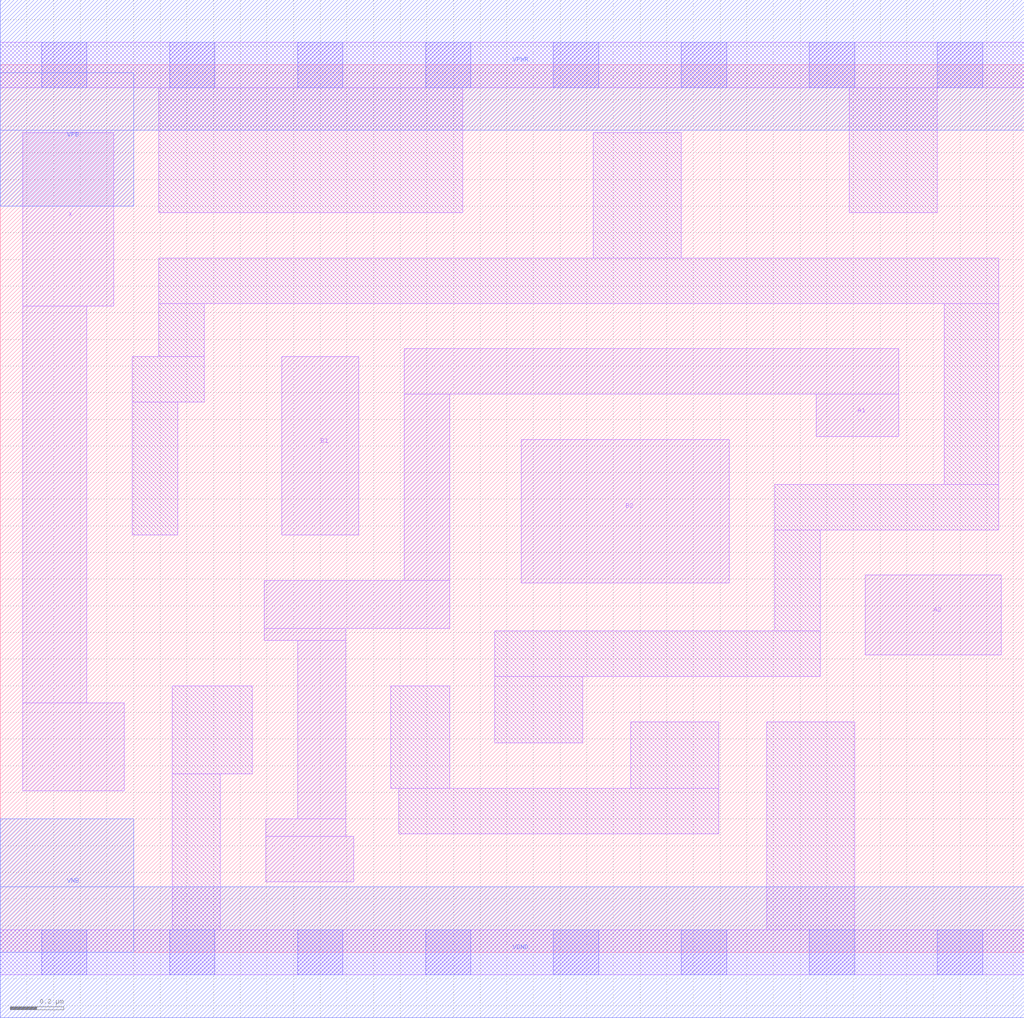
<source format=lef>
# Copyright 2020 The SkyWater PDK Authors
#
# Licensed under the Apache License, Version 2.0 (the "License");
# you may not use this file except in compliance with the License.
# You may obtain a copy of the License at
#
#     https://www.apache.org/licenses/LICENSE-2.0
#
# Unless required by applicable law or agreed to in writing, software
# distributed under the License is distributed on an "AS IS" BASIS,
# WITHOUT WARRANTIES OR CONDITIONS OF ANY KIND, either express or implied.
# See the License for the specific language governing permissions and
# limitations under the License.
#
# SPDX-License-Identifier: Apache-2.0

VERSION 5.5 ;
NAMESCASESENSITIVE ON ;
BUSBITCHARS "[]" ;
DIVIDERCHAR "/" ;
MACRO sky130_fd_sc_lp__o22a_0
  CLASS CORE ;
  SOURCE USER ;
  ORIGIN  0.000000  0.000000 ;
  SIZE  3.840000 BY  3.330000 ;
  SYMMETRY X Y R90 ;
  SITE unit ;
  PIN A1
    ANTENNAGATEAREA  0.159000 ;
    DIRECTION INPUT ;
    USE SIGNAL ;
    PORT
      LAYER li1 ;
        RECT 0.990000 1.170000 1.295000 1.215000 ;
        RECT 0.990000 1.215000 1.685000 1.395000 ;
        RECT 0.995000 0.265000 1.325000 0.435000 ;
        RECT 0.995000 0.435000 1.295000 0.500000 ;
        RECT 1.115000 0.500000 1.295000 1.170000 ;
        RECT 1.515000 1.395000 1.685000 2.095000 ;
        RECT 1.515000 2.095000 3.370000 2.265000 ;
        RECT 3.060000 1.935000 3.370000 2.095000 ;
    END
  END A1
  PIN A2
    ANTENNAGATEAREA  0.159000 ;
    DIRECTION INPUT ;
    USE SIGNAL ;
    PORT
      LAYER li1 ;
        RECT 3.245000 1.115000 3.755000 1.415000 ;
    END
  END A2
  PIN B1
    ANTENNAGATEAREA  0.159000 ;
    DIRECTION INPUT ;
    USE SIGNAL ;
    PORT
      LAYER li1 ;
        RECT 1.055000 1.565000 1.345000 2.235000 ;
    END
  END B1
  PIN B2
    ANTENNAGATEAREA  0.159000 ;
    DIRECTION INPUT ;
    USE SIGNAL ;
    PORT
      LAYER li1 ;
        RECT 1.955000 1.385000 2.735000 1.925000 ;
    END
  END B2
  PIN X
    ANTENNADIFFAREA  0.280900 ;
    DIRECTION OUTPUT ;
    USE SIGNAL ;
    PORT
      LAYER li1 ;
        RECT 0.085000 0.605000 0.465000 0.935000 ;
        RECT 0.085000 0.935000 0.325000 2.425000 ;
        RECT 0.085000 2.425000 0.425000 3.075000 ;
    END
  END X
  PIN VGND
    DIRECTION INOUT ;
    USE GROUND ;
    PORT
      LAYER met1 ;
        RECT 0.000000 -0.245000 3.840000 0.245000 ;
    END
  END VGND
  PIN VNB
    DIRECTION INOUT ;
    USE GROUND ;
    PORT
      LAYER met1 ;
        RECT 0.000000 0.000000 0.500000 0.500000 ;
    END
  END VNB
  PIN VPB
    DIRECTION INOUT ;
    USE POWER ;
    PORT
      LAYER met1 ;
        RECT 0.000000 2.800000 0.500000 3.300000 ;
    END
  END VPB
  PIN VPWR
    DIRECTION INOUT ;
    USE POWER ;
    PORT
      LAYER met1 ;
        RECT 0.000000 3.085000 3.840000 3.575000 ;
    END
  END VPWR
  OBS
    LAYER li1 ;
      RECT 0.000000 -0.085000 3.840000 0.085000 ;
      RECT 0.000000  3.245000 3.840000 3.415000 ;
      RECT 0.495000  1.565000 0.665000 2.065000 ;
      RECT 0.495000  2.065000 0.765000 2.235000 ;
      RECT 0.595000  2.235000 0.765000 2.435000 ;
      RECT 0.595000  2.435000 3.745000 2.605000 ;
      RECT 0.595000  2.775000 1.735000 3.245000 ;
      RECT 0.645000  0.085000 0.825000 0.670000 ;
      RECT 0.645000  0.670000 0.945000 1.000000 ;
      RECT 1.465000  0.615000 1.685000 1.000000 ;
      RECT 1.495000  0.445000 2.695000 0.615000 ;
      RECT 1.855000  0.785000 2.185000 1.035000 ;
      RECT 1.855000  1.035000 3.075000 1.205000 ;
      RECT 2.225000  2.605000 2.555000 3.075000 ;
      RECT 2.365000  0.615000 2.695000 0.865000 ;
      RECT 2.875000  0.085000 3.205000 0.865000 ;
      RECT 2.905000  1.205000 3.075000 1.585000 ;
      RECT 2.905000  1.585000 3.745000 1.755000 ;
      RECT 3.185000  2.775000 3.515000 3.245000 ;
      RECT 3.540000  1.755000 3.745000 2.435000 ;
    LAYER mcon ;
      RECT 0.155000 -0.085000 0.325000 0.085000 ;
      RECT 0.155000  3.245000 0.325000 3.415000 ;
      RECT 0.635000 -0.085000 0.805000 0.085000 ;
      RECT 0.635000  3.245000 0.805000 3.415000 ;
      RECT 1.115000 -0.085000 1.285000 0.085000 ;
      RECT 1.115000  3.245000 1.285000 3.415000 ;
      RECT 1.595000 -0.085000 1.765000 0.085000 ;
      RECT 1.595000  3.245000 1.765000 3.415000 ;
      RECT 2.075000 -0.085000 2.245000 0.085000 ;
      RECT 2.075000  3.245000 2.245000 3.415000 ;
      RECT 2.555000 -0.085000 2.725000 0.085000 ;
      RECT 2.555000  3.245000 2.725000 3.415000 ;
      RECT 3.035000 -0.085000 3.205000 0.085000 ;
      RECT 3.035000  3.245000 3.205000 3.415000 ;
      RECT 3.515000 -0.085000 3.685000 0.085000 ;
      RECT 3.515000  3.245000 3.685000 3.415000 ;
  END
END sky130_fd_sc_lp__o22a_0

</source>
